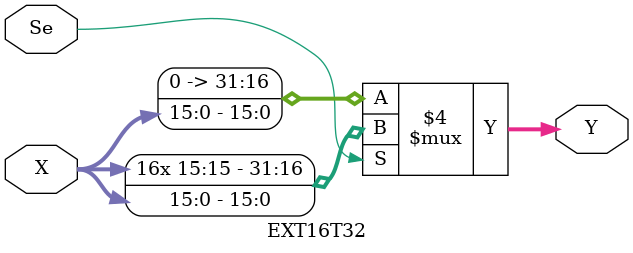
<source format=v>
module EXT16T32 (X, Se, Y);
input [15:0] X;
input Se;
output reg [31:0] Y;

//wire [15:0] e = {16{X[15]}};

always @(*) begin
    if (Se == 0) begin
        Y={16'b0,X};
    end
    else begin
        Y={{16{X[15]}},X};
    end
end
endmodule
</source>
